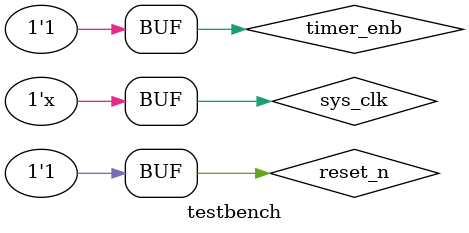
<source format=v>
`timescale 1ns/1ns
module testbench;
   
   wire base_tick;
   reg sys_clk,reset_n,timer_enb;
   
   timer timer1(sys_clk,reset_n,timer_enb,base_tick);
initial
 begin
 $dumpfile ("tb_timer.vcd");
$dumpvars(0,testbench);
$monitor(sys_clk,reset_n,timer_enb,base_tick);
 sys_clk = 0; 
 timer_enb =1;
 reset_n= 1;
 end   
always #10 sys_clk = ~sys_clk;





 

 






 





  
endmodule

     

</source>
